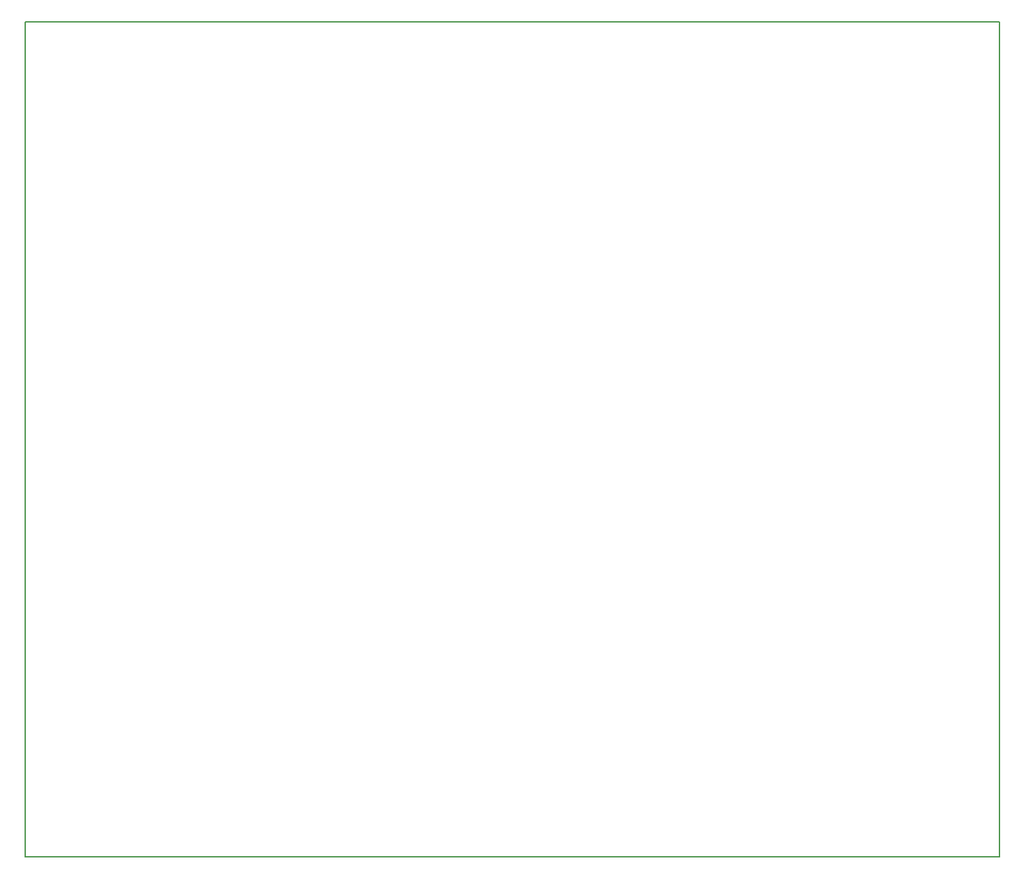
<source format=gm1>
G04 #@! TF.GenerationSoftware,KiCad,Pcbnew,5.0.0-rc2*
G04 #@! TF.CreationDate,2019-04-21T21:26:54-04:00*
G04 #@! TF.ProjectId,batterystation,6261747465727973746174696F6E2E6B,rev?*
G04 #@! TF.SameCoordinates,Original*
G04 #@! TF.FileFunction,Profile,NP*
%FSLAX46Y46*%
G04 Gerber Fmt 4.6, Leading zero omitted, Abs format (unit mm)*
G04 Created by KiCad (PCBNEW 5.0.0-rc2) date Sun Apr 21 21:26:54 2019*
%MOMM*%
%LPD*%
G01*
G04 APERTURE LIST*
%ADD10C,0.152400*%
G04 APERTURE END LIST*
D10*
X195580000Y-154940000D02*
X195580000Y-152400000D01*
X71120000Y-154940000D02*
X195580000Y-154940000D01*
X195580000Y-48260000D02*
X71120000Y-48260000D01*
X195580000Y-152400000D02*
X195580000Y-48260000D01*
X71120000Y-48260000D02*
X71120000Y-154940000D01*
M02*

</source>
